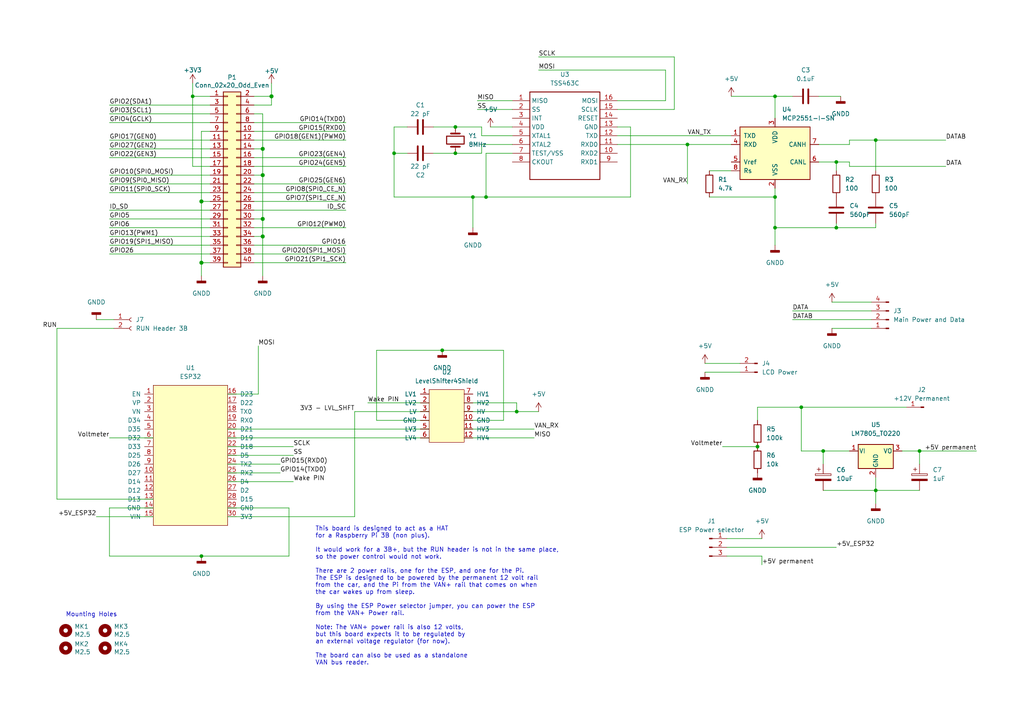
<source format=kicad_sch>
(kicad_sch (version 20211123) (generator eeschema)
  (paper "A4")
  (title_block (title "Peugeot Projekt PCB for 3B") (date "2022-06-14") (rev "0.2") (company "Mislav Milinković"))
  (lib_symbols
    (symbol "Connector:Conn_01x01_Male" (pin_names (offset 1.016) hide)
      (property "Reference" "J" (at 0 2.54 0))
      (property "Value" "Conn_01x01_Male" (at 0 -2.54 0))
      (symbol "Conn_01x01_Male_1_1"
        (polyline (pts (xy 1.27 0) (xy 0.8636 0)) (stroke (width 0.1524)))
        (rectangle (start 0.8636 0.127) (end 0 -0.127) (stroke (width 0.1524)) (fill (type outline)))
        (pin passive line (at 5.08 0 180) (length 3.81) (name "Pin_1") (number "1"))
      )
    )
    (symbol "Connector:Conn_01x02_Female" (pin_names (offset 1.016) hide)
      (property "Reference" "J" (at 0 2.54 0))
      (property "Value" "Conn_01x02_Female" (at 0 -5.08 0))
      (symbol "Conn_01x02_Female_1_1"
        (arc (start 0 -2.032) (mid -0.508 -2.54) (end 0 -3.048) (stroke (width 0.1524)))
        (polyline (pts (xy -1.27 -2.54) (xy -0.508 -2.54)) (stroke (width 0.1524)))
        (polyline (pts (xy -1.27 0) (xy -0.508 0)) (stroke (width 0.1524)))
        (arc (start 0 0.508) (mid -0.508 0) (end 0 -0.508) (stroke (width 0.1524)))
        (pin passive line (at -5.08 0 0) (length 3.81) (name "Pin_1") (number "1"))
        (pin passive line (at -5.08 -2.54 0) (length 3.81) (name "Pin_2") (number "2"))
      )
    )
    (symbol "Connector:Conn_01x02_Male" (pin_names (offset 1.016) hide)
      (property "Reference" "J" (at 0 2.54 0))
      (property "Value" "Conn_01x02_Male" (at 0 -5.08 0))
      (symbol "Conn_01x02_Male_1_1"
        (polyline (pts (xy 1.27 -2.54) (xy 0.8636 -2.54)) (stroke (width 0.1524)))
        (polyline (pts (xy 1.27 0) (xy 0.8636 0)) (stroke (width 0.1524)))
        (rectangle (start 0.8636 -2.413) (end 0 -2.667) (stroke (width 0.1524)) (fill (type outline)))
        (rectangle (start 0.8636 0.127) (end 0 -0.127) (stroke (width 0.1524)) (fill (type outline)))
        (pin passive line (at 5.08 0 180) (length 3.81) (name "Pin_1") (number "1"))
        (pin passive line (at 5.08 -2.54 180) (length 3.81) (name "Pin_2") (number "2"))
      )
    )
    (symbol "Connector:Conn_01x03_Male" (pin_names (offset 1.016) hide)
      (property "Reference" "J" (at 0 5.08 0))
      (property "Value" "Conn_01x03_Male" (at 0 -5.08 0))
      (symbol "Conn_01x03_Male_1_1"
        (polyline (pts (xy 1.27 -2.54) (xy 0.8636 -2.54)) (stroke (width 0.1524)))
        (polyline (pts (xy 1.27 0) (xy 0.8636 0)) (stroke (width 0.1524)))
        (polyline (pts (xy 1.27 2.54) (xy 0.8636 2.54)) (stroke (width 0.1524)))
        (rectangle (start 0.8636 -2.413) (end 0 -2.667) (stroke (width 0.1524)) (fill (type outline)))
        (rectangle (start 0.8636 0.127) (end 0 -0.127) (stroke (width 0.1524)) (fill (type outline)))
        (rectangle (start 0.8636 2.667) (end 0 2.413) (stroke (width 0.1524)) (fill (type outline)))
        (pin passive line (at 5.08 2.54 180) (length 3.81) (name "Pin_1") (number "1"))
        (pin passive line (at 5.08 0 180) (length 3.81) (name "Pin_2") (number "2"))
        (pin passive line (at 5.08 -2.54 180) (length 3.81) (name "Pin_3") (number "3"))
      )
    )
    (symbol "Connector:Conn_01x04_Male" (pin_names (offset 1.016) hide)
      (property "Reference" "J" (at 0 5.08 0))
      (property "Value" "Conn_01x04_Male" (at 0 -7.62 0))
      (symbol "Conn_01x04_Male_1_1"
        (polyline (pts (xy 1.27 -5.08) (xy 0.8636 -5.08)) (stroke (width 0.1524)))
        (polyline (pts (xy 1.27 -2.54) (xy 0.8636 -2.54)) (stroke (width 0.1524)))
        (polyline (pts (xy 1.27 0) (xy 0.8636 0)) (stroke (width 0.1524)))
        (polyline (pts (xy 1.27 2.54) (xy 0.8636 2.54)) (stroke (width 0.1524)))
        (rectangle (start 0.8636 -4.953) (end 0 -5.207) (stroke (width 0.1524)) (fill (type outline)))
        (rectangle (start 0.8636 -2.413) (end 0 -2.667) (stroke (width 0.1524)) (fill (type outline)))
        (rectangle (start 0.8636 0.127) (end 0 -0.127) (stroke (width 0.1524)) (fill (type outline)))
        (rectangle (start 0.8636 2.667) (end 0 2.413) (stroke (width 0.1524)) (fill (type outline)))
        (pin passive line (at 5.08 2.54 180) (length 3.81) (name "Pin_1") (number "1"))
        (pin passive line (at 5.08 0 180) (length 3.81) (name "Pin_2") (number "2"))
        (pin passive line (at 5.08 -2.54 180) (length 3.81) (name "Pin_3") (number "3"))
        (pin passive line (at 5.08 -5.08 180) (length 3.81) (name "Pin_4") (number "4"))
      )
    )
    (symbol "Connector_Generic:Conn_02x20_Odd_Even" (pin_names (offset 1.016) hide)
      (property "Reference" "J" (at 1.27 25.4 0))
      (property "Value" "Conn_02x20_Odd_Even" (at 1.27 -27.94 0))
      (symbol "Conn_02x20_Odd_Even_1_1"
        (rectangle (start -1.27 -25.273) (end 0 -25.527) (stroke (width 0.1524)))
        (rectangle (start -1.27 -22.733) (end 0 -22.987) (stroke (width 0.1524)))
        (rectangle (start -1.27 -20.193) (end 0 -20.447) (stroke (width 0.1524)))
        (rectangle (start -1.27 -17.653) (end 0 -17.907) (stroke (width 0.1524)))
        (rectangle (start -1.27 -15.113) (end 0 -15.367) (stroke (width 0.1524)))
        (rectangle (start -1.27 -12.573) (end 0 -12.827) (stroke (width 0.1524)))
        (rectangle (start -1.27 -10.033) (end 0 -10.287) (stroke (width 0.1524)))
        (rectangle (start -1.27 -7.493) (end 0 -7.747) (stroke (width 0.1524)))
        (rectangle (start -1.27 -4.953) (end 0 -5.207) (stroke (width 0.1524)))
        (rectangle (start -1.27 -2.413) (end 0 -2.667) (stroke (width 0.1524)))
        (rectangle (start -1.27 0.127) (end 0 -0.127) (stroke (width 0.1524)))
        (rectangle (start -1.27 2.667) (end 0 2.413) (stroke (width 0.1524)))
        (rectangle (start -1.27 5.207) (end 0 4.953) (stroke (width 0.1524)))
        (rectangle (start -1.27 7.747) (end 0 7.493) (stroke (width 0.1524)))
        (rectangle (start -1.27 10.287) (end 0 10.033) (stroke (width 0.1524)))
        (rectangle (start -1.27 12.827) (end 0 12.573) (stroke (width 0.1524)))
        (rectangle (start -1.27 15.367) (end 0 15.113) (stroke (width 0.1524)))
        (rectangle (start -1.27 17.907) (end 0 17.653) (stroke (width 0.1524)))
        (rectangle (start -1.27 20.447) (end 0 20.193) (stroke (width 0.1524)))
        (rectangle (start -1.27 22.987) (end 0 22.733) (stroke (width 0.1524)))
        (rectangle (start -1.27 24.13) (end 3.81 -26.67) (stroke (width 0.254)) (fill (type background)))
        (rectangle (start 3.81 -25.273) (end 2.54 -25.527) (stroke (width 0.1524)))
        (rectangle (start 3.81 -22.733) (end 2.54 -22.987) (stroke (width 0.1524)))
        (rectangle (start 3.81 -20.193) (end 2.54 -20.447) (stroke (width 0.1524)))
        (rectangle (start 3.81 -17.653) (end 2.54 -17.907) (stroke (width 0.1524)))
        (rectangle (start 3.81 -15.113) (end 2.54 -15.367) (stroke (width 0.1524)))
        (rectangle (start 3.81 -12.573) (end 2.54 -12.827) (stroke (width 0.1524)))
        (rectangle (start 3.81 -10.033) (end 2.54 -10.287) (stroke (width 0.1524)))
        (rectangle (start 3.81 -7.493) (end 2.54 -7.747) (stroke (width 0.1524)))
        (rectangle (start 3.81 -4.953) (end 2.54 -5.207) (stroke (width 0.1524)))
        (rectangle (start 3.81 -2.413) (end 2.54 -2.667) (stroke (width 0.1524)))
        (rectangle (start 3.81 0.127) (end 2.54 -0.127) (stroke (width 0.1524)))
        (rectangle (start 3.81 2.667) (end 2.54 2.413) (stroke (width 0.1524)))
        (rectangle (start 3.81 5.207) (end 2.54 4.953) (stroke (width 0.1524)))
        (rectangle (start 3.81 7.747) (end 2.54 7.493) (stroke (width 0.1524)))
        (rectangle (start 3.81 10.287) (end 2.54 10.033) (stroke (width 0.1524)))
        (rectangle (start 3.81 12.827) (end 2.54 12.573) (stroke (width 0.1524)))
        (rectangle (start 3.81 15.367) (end 2.54 15.113) (stroke (width 0.1524)))
        (rectangle (start 3.81 17.907) (end 2.54 17.653) (stroke (width 0.1524)))
        (rectangle (start 3.81 20.447) (end 2.54 20.193) (stroke (width 0.1524)))
        (rectangle (start 3.81 22.987) (end 2.54 22.733) (stroke (width 0.1524)))
        (pin passive line (at -5.08 22.86 0) (length 3.81) (name "Pin_1") (number "1"))
        (pin passive line (at 7.62 12.7 180) (length 3.81) (name "Pin_10") (number "10"))
        (pin passive line (at -5.08 10.16 0) (length 3.81) (name "Pin_11") (number "11"))
        (pin passive line (at 7.62 10.16 180) (length 3.81) (name "Pin_12") (number "12"))
        (pin passive line (at -5.08 7.62 0) (length 3.81) (name "Pin_13") (number "13"))
        (pin passive line (at 7.62 7.62 180) (length 3.81) (name "Pin_14") (number "14"))
        (pin passive line (at -5.08 5.08 0) (length 3.81) (name "Pin_15") (number "15"))
        (pin passive line (at 7.62 5.08 180) (length 3.81) (name "Pin_16") (number "16"))
        (pin passive line (at -5.08 2.54 0) (length 3.81) (name "Pin_17") (number "17"))
        (pin passive line (at 7.62 2.54 180) (length 3.81) (name "Pin_18") (number "18"))
        (pin passive line (at -5.08 0 0) (length 3.81) (name "Pin_19") (number "19"))
        (pin passive line (at 7.62 22.86 180) (length 3.81) (name "Pin_2") (number "2"))
        (pin passive line (at 7.62 0 180) (length 3.81) (name "Pin_20") (number "20"))
        (pin passive line (at -5.08 -2.54 0) (length 3.81) (name "Pin_21") (number "21"))
        (pin passive line (at 7.62 -2.54 180) (length 3.81) (name "Pin_22") (number "22"))
        (pin passive line (at -5.08 -5.08 0) (length 3.81) (name "Pin_23") (number "23"))
        (pin passive line (at 7.62 -5.08 180) (length 3.81) (name "Pin_24") (number "24"))
        (pin passive line (at -5.08 -7.62 0) (length 3.81) (name "Pin_25") (number "25"))
        (pin passive line (at 7.62 -7.62 180) (length 3.81) (name "Pin_26") (number "26"))
        (pin passive line (at -5.08 -10.16 0) (length 3.81) (name "Pin_27") (number "27"))
        (pin passive line (at 7.62 -10.16 180) (length 3.81) (name "Pin_28") (number "28"))
        (pin passive line (at -5.08 -12.7 0) (length 3.81) (name "Pin_29") (number "29"))
        (pin passive line (at -5.08 20.32 0) (length 3.81) (name "Pin_3") (number "3"))
        (pin passive line (at 7.62 -12.7 180) (length 3.81) (name "Pin_30") (number "30"))
        (pin passive line (at -5.08 -15.24 0) (length 3.81) (name "Pin_31") (number "31"))
        (pin passive line (at 7.62 -15.24 180) (length 3.81) (name "Pin_32") (number "32"))
        (pin passive line (at -5.08 -17.78 0) (length 3.81) (name "Pin_33") (number "33"))
        (pin passive line (at 7.62 -17.78 180) (length 3.81) (name "Pin_34") (number "34"))
        (pin passive line (at -5.08 -20.32 0) (length 3.81) (name "Pin_35") (number "35"))
        (pin passive line (at 7.62 -20.32 180) (length 3.81) (name "Pin_36") (number "36"))
        (pin passive line (at -5.08 -22.86 0) (length 3.81) (name "Pin_37") (number "37"))
        (pin passive line (at 7.62 -22.86 180) (length 3.81) (name "Pin_38") (number "38"))
        (pin passive line (at -5.08 -25.4 0) (length 3.81) (name "Pin_39") (number "39"))
        (pin passive line (at 7.62 20.32 180) (length 3.81) (name "Pin_4") (number "4"))
        (pin passive line (at 7.62 -25.4 180) (length 3.81) (name "Pin_40") (number "40"))
        (pin passive line (at -5.08 17.78 0) (length 3.81) (name "Pin_5") (number "5"))
        (pin passive line (at 7.62 17.78 180) (length 3.81) (name "Pin_6") (number "6"))
        (pin passive line (at -5.08 15.24 0) (length 3.81) (name "Pin_7") (number "7"))
        (pin passive line (at 7.62 15.24 180) (length 3.81) (name "Pin_8") (number "8"))
        (pin passive line (at -5.08 12.7 0) (length 3.81) (name "Pin_9") (number "9"))
      )
    )
    (symbol "Device:C" (pin_numbers hide) (pin_names (offset 0.254))
      (property "Reference" "C" (at 0.635 2.54 0))
      (property "Value" "C" (at 0.635 -2.54 0))
      (symbol "C_0_1"
        (polyline (pts (xy -2.032 -0.762) (xy 2.032 -0.762)) (stroke (width 0.508)))
        (polyline (pts (xy -2.032 0.762) (xy 2.032 0.762)) (stroke (width 0.508)))
      )
      (symbol "C_1_1"
        (pin passive line (at 0 3.81 270) (length 2.794) (name "~") (number "1"))
        (pin passive line (at 0 -3.81 90) (length 2.794) (name "~") (number "2"))
      )
    )
    (symbol "Device:C_Polarized" (pin_numbers hide) (pin_names (offset 0.254))
      (property "Reference" "C" (at 0.635 2.54 0))
      (property "Value" "C_Polarized" (at 0.635 -2.54 0))
      (symbol "C_Polarized_0_1"
        (rectangle (start -2.286 0.508) (end 2.286 1.016))
        (polyline (pts (xy -1.778 2.286) (xy -0.762 2.286)))
        (polyline (pts (xy -1.27 2.794) (xy -1.27 1.778)))
        (rectangle (start 2.286 -0.508) (end -2.286 -1.016) (fill (type outline)))
      )
      (symbol "C_Polarized_1_1"
        (pin passive line (at 0 3.81 270) (length 2.794) (name "~") (number "1"))
        (pin passive line (at 0 -3.81 90) (length 2.794) (name "~") (number "2"))
      )
    )
    (symbol "Device:Crystal" (pin_numbers hide) (pin_names (offset 1.016) hide)
      (property "Reference" "Y" (at 0 3.81 0))
      (property "Value" "Crystal" (at 0 -3.81 0))
      (symbol "Crystal_0_1"
        (rectangle (start -1.143 2.54) (end 1.143 -2.54) (stroke (width 0.3048)))
        (polyline (pts (xy -2.54 0) (xy -1.905 0)))
        (polyline (pts (xy -1.905 -1.27) (xy -1.905 1.27)) (stroke (width 0.508)))
        (polyline (pts (xy 1.905 -1.27) (xy 1.905 1.27)) (stroke (width 0.508)))
        (polyline (pts (xy 2.54 0) (xy 1.905 0)))
      )
      (symbol "Crystal_1_1"
        (pin passive line (at -3.81 0 0) (length 1.27) (name "1") (number "1"))
        (pin passive line (at 3.81 0 180) (length 1.27) (name "2") (number "2"))
      )
    )
    (symbol "Device:R" (pin_numbers hide) (pin_names (offset 0))
      (property "Reference" "R" (at 2.032 0 90))
      (property "Value" "R" (at 0 0 90))
      (symbol "R_0_1"
        (rectangle (start -1.016 -2.54) (end 1.016 2.54) (stroke (width 0.254)))
      )
      (symbol "R_1_1"
        (pin passive line (at 0 3.81 270) (length 1.27) (name "~") (number "1"))
        (pin passive line (at 0 -3.81 90) (length 1.27) (name "~") (number "2"))
      )
    )
    (symbol "ESP32_shield:ESP32" (pin_names (offset 1.016))
      (property "Reference" "U" (at 0 -2.54 0))
      (property "Value" "ESP32" (at 0 0 0))
      (symbol "ESP32_0_1"
        (rectangle (start -10.16 20.32) (end 11.43 -20.32) (fill (type background)))
      )
      (symbol "ESP32_1_1"
        (pin input line (at -10.16 17.78 180) (length 2.54) (name "EN") (number "1"))
        (pin bidirectional line (at -10.16 -5.08 180) (length 2.54) (name "D27") (number "10"))
        (pin bidirectional line (at -10.16 -7.62 180) (length 2.54) (name "D14") (number "11"))
        (pin bidirectional line (at -10.16 -10.16 180) (length 2.54) (name "D12") (number "12"))
        (pin bidirectional line (at -10.16 -12.7 180) (length 2.54) (name "D13") (number "13"))
        (pin passive line (at -10.16 -15.24 180) (length 2.54) (name "GND") (number "14"))
        (pin input line (at -10.16 -17.78 180) (length 2.54) (name "VIN") (number "15"))
        (pin bidirectional line (at 11.43 17.78 0) (length 2.54) (name "D23") (number "16"))
        (pin bidirectional line (at 11.43 15.24 0) (length 2.54) (name "D22") (number "17"))
        (pin bidirectional line (at 11.43 12.7 0) (length 2.54) (name "TX0") (number "18"))
        (pin bidirectional line (at 11.43 10.16 0) (length 2.54) (name "RX0") (number "19"))
        (pin input line (at -10.16 15.24 180) (length 2.54) (name "VP") (number "2"))
        (pin bidirectional line (at 11.43 7.62 0) (length 2.54) (name "D21") (number "20"))
        (pin bidirectional line (at 11.43 5.08 0) (length 2.54) (name "D19") (number "21"))
        (pin bidirectional line (at 11.43 2.54 0) (length 2.54) (name "D18") (number "22"))
        (pin bidirectional line (at 11.43 0 0) (length 2.54) (name "D5") (number "23"))
        (pin bidirectional line (at 11.43 -2.54 0) (length 2.54) (name "TX2") (number "24"))
        (pin bidirectional line (at 11.43 -5.08 0) (length 2.54) (name "RX2") (number "25"))
        (pin bidirectional line (at 11.43 -7.62 0) (length 2.54) (name "D4") (number "26"))
        (pin bidirectional line (at 11.43 -10.16 0) (length 2.54) (name "D2") (number "27"))
        (pin bidirectional line (at 11.43 -12.7 0) (length 2.54) (name "D15") (number "28"))
        (pin bidirectional line (at 11.43 -15.24 0) (length 2.54) (name "GND") (number "29"))
        (pin input line (at -10.16 12.7 180) (length 2.54) (name "VN") (number "3"))
        (pin bidirectional line (at 11.43 -17.78 0) (length 2.54) (name "3V3") (number "30"))
        (pin input line (at -10.16 10.16 180) (length 2.54) (name "D34") (number "4"))
        (pin bidirectional line (at -10.16 7.62 180) (length 2.54) (name "D35") (number "5"))
        (pin bidirectional line (at -10.16 5.08 180) (length 2.54) (name "D32") (number "6"))
        (pin bidirectional line (at -10.16 2.54 180) (length 2.54) (name "D33") (number "7"))
        (pin bidirectional line (at -10.16 0 180) (length 2.54) (name "D25") (number "8"))
        (pin bidirectional line (at -10.16 -2.54 180) (length 2.54) (name "D26") (number "9"))
      )
    )
    (symbol "Interface_CAN_LIN:MCP2551-I-SN" (pin_names (offset 1.016))
      (property "Reference" "U" (at -10.16 8.89 0))
      (property "Value" "MCP2551-I-SN" (at 2.54 8.89 0))
      (symbol "MCP2551-I-SN_0_1"
        (rectangle (start -10.16 7.62) (end 10.16 -7.62) (stroke (width 0.254)) (fill (type background)))
      )
      (symbol "MCP2551-I-SN_1_1"
        (pin input line (at -12.7 5.08 0) (length 2.54) (name "TXD") (number "1"))
        (pin power_in line (at 0 -10.16 90) (length 2.54) (name "VSS") (number "2"))
        (pin power_in line (at 0 10.16 270) (length 2.54) (name "VDD") (number "3"))
        (pin output line (at -12.7 2.54 0) (length 2.54) (name "RXD") (number "4"))
        (pin power_out line (at -12.7 -2.54 0) (length 2.54) (name "Vref") (number "5"))
        (pin bidirectional line (at 12.7 -2.54 180) (length 2.54) (name "CANL") (number "6"))
        (pin bidirectional line (at 12.7 2.54 180) (length 2.54) (name "CANH") (number "7"))
        (pin input line (at -12.7 -5.08 0) (length 2.54) (name "Rs") (number "8"))
      )
    )
    (symbol "Level_shifter_shield:LevelShifter4Shield" (pin_names (offset 1.016))
      (property "Reference" "U" (at 0 0 0))
      (property "Value" "LevelShifter4Shield" (at 0 0 0))
      (symbol "LevelShifter4Shield_0_1"
        (rectangle (start -5.08 5.08) (end 5.08 -10.16) (fill (type background)))
      )
      (symbol "LevelShifter4Shield_1_1"
        (pin bidirectional line (at -5.08 3.81 180) (length 2.54) (name "LV1") (number "1"))
        (pin bidirectional line (at 5.08 -3.81 0) (length 2.54) (name "GND") (number "10"))
        (pin bidirectional line (at 5.08 -6.35 0) (length 2.54) (name "HV3") (number "11"))
        (pin bidirectional line (at 5.08 -8.89 0) (length 2.54) (name "HV4") (number "12"))
        (pin bidirectional line (at -5.08 1.27 180) (length 2.54) (name "LV2") (number "2"))
        (pin bidirectional line (at -5.08 -1.27 180) (length 2.54) (name "LV") (number "3"))
        (pin bidirectional line (at -5.08 -3.81 180) (length 2.54) (name "GND") (number "4"))
        (pin bidirectional line (at -5.08 -6.35 180) (length 2.54) (name "LV3") (number "5"))
        (pin bidirectional line (at -5.08 -8.89 180) (length 2.54) (name "LV4") (number "6"))
        (pin bidirectional line (at 5.08 3.81 0) (length 2.54) (name "HV1") (number "7"))
        (pin bidirectional line (at 5.08 1.27 0) (length 2.54) (name "HV2") (number "8"))
        (pin bidirectional line (at 5.08 -1.27 0) (length 2.54) (name "HV") (number "9"))
      )
    )
    (symbol "Mechanical:MountingHole" (pin_names (offset 1.016))
      (property "Reference" "H" (at 0 5.08 0))
      (property "Value" "MountingHole" (at 0 3.175 0))
      (symbol "MountingHole_0_1"
        (circle (center 0 0) (radius 1.27) (stroke (width 1.27)))
      )
    )
    (symbol "Regulator_Linear:LM7805_TO220" (pin_names (offset 0.254))
      (property "Reference" "U" (at -3.81 3.175 0))
      (property "Value" "LM7805_TO220" (at 0 3.175 0))
      (symbol "LM7805_TO220_0_1"
        (rectangle (start -5.08 1.905) (end 5.08 -5.08) (stroke (width 0.254)) (fill (type background)))
      )
      (symbol "LM7805_TO220_1_1"
        (pin power_in line (at -7.62 0 0) (length 2.54) (name "VI") (number "1"))
        (pin power_in line (at 0 -7.62 90) (length 2.54) (name "GND") (number "2"))
        (pin power_out line (at 7.62 0 180) (length 2.54) (name "VO") (number "3"))
      )
    )
    (symbol "TSS463C:TSS463C"
      (property "Reference" "U" (at -10.16 -13.97 0))
      (property "Value" "TSS463C" (at 10.16 13.97 0))
      (symbol "TSS463C_0_0"
        (rectangle (start -10.16 12.7) (end 10.16 -12.7) (stroke (width 0.254)))
      )
      (symbol "TSS463C_1_1"
        (pin input line (at -15.24 10.16 0) (length 5.08) (name "MISO") (number "1"))
        (pin input line (at 15.24 -5.08 180) (length 5.08) (name "RXD2") (number "10"))
        (pin input line (at 15.24 -2.54 180) (length 5.08) (name "RXD0") (number "11"))
        (pin input line (at 15.24 0 180) (length 5.08) (name "TXD") (number "12"))
        (pin input line (at 15.24 2.54 180) (length 5.08) (name "GND") (number "13"))
        (pin input line (at 15.24 5.08 180) (length 5.08) (name "RESET") (number "14"))
        (pin input line (at 15.24 7.62 180) (length 5.08) (name "SCLK") (number "15"))
        (pin input line (at 15.24 10.16 180) (length 5.08) (name "MOSI") (number "16"))
        (pin input line (at -15.24 7.62 0) (length 5.08) (name "SS") (number "2"))
        (pin input line (at -15.24 5.08 0) (length 5.08) (name "INT") (number "3"))
        (pin input line (at -15.24 2.54 0) (length 5.08) (name "VDD") (number "4"))
        (pin input line (at -15.24 0 0) (length 5.08) (name "XTAL1") (number "5"))
        (pin input line (at -15.24 -2.54 0) (length 5.08) (name "XTAL2") (number "6"))
        (pin input line (at -15.24 -5.08 0) (length 5.08) (name "TEST/VSS") (number "7"))
        (pin input line (at -15.24 -7.62 0) (length 5.08) (name "CKOUT") (number "8"))
        (pin input line (at 15.24 -7.62 180) (length 5.08) (name "RXD1") (number "9"))
      )
    )
    (symbol "power:+3V3" (power) (pin_names (offset 0))
      (property "Value" "+3V3" (at 0 3.556 0))
      (symbol "+3V3_0_1"
        (polyline (pts (xy -0.762 1.27) (xy 0 2.54)))
        (polyline (pts (xy 0 0) (xy 0 2.54)))
        (polyline (pts (xy 0 2.54) (xy 0.762 1.27)))
      )
      (symbol "+3V3_1_1"
        (pin power_in line (at 0 0 90) (length 0) hide (name "+3V3") (number "1"))
      )
    )
    (symbol "power:+5V" (power) (pin_names (offset 0))
      (property "Value" "+5V" (at 0 3.556 0))
      (symbol "+5V_0_1"
        (polyline (pts (xy -0.762 1.27) (xy 0 2.54)))
        (polyline (pts (xy 0 0) (xy 0 2.54)))
        (polyline (pts (xy 0 2.54) (xy 0.762 1.27)))
      )
      (symbol "+5V_1_1"
        (pin power_in line (at 0 0 90) (length 0) hide (name "+5V") (number "1"))
      )
    )
    (symbol "power:GNDD" (power) (pin_names (offset 0))
      (property "Value" "GNDD" (at 0 -3.175 0))
      (symbol "GNDD_0_1"
        (rectangle (start -1.27 -1.524) (end 1.27 -2.032) (stroke (width 0.254)) (fill (type outline)))
        (polyline (pts (xy 0 0) (xy 0 -1.524)))
      )
      (symbol "GNDD_1_1"
        (pin power_in line (at 0 0 270) (length 0) hide (name "GNDD") (number "1"))
      )
    )
  )
  (junction (at 238.76 130.81))
  (junction (at 76.2 43.18) (diameter 1.016))
  (junction (at 224.79 27.94))
  (junction (at 114.3 44.45))
  (junction (at 58.42 58.42) (diameter 1.016))
  (junction (at 149.86 119.38))
  (junction (at 132.08 44.45))
  (junction (at 224.79 57.15))
  (junction (at 58.42 161.29))
  (junction (at 140.97 57.15))
  (junction (at 254 40.64))
  (junction (at 199.39 41.91))
  (junction (at 76.2 68.58) (diameter 1.016))
  (junction (at 137.16 57.15))
  (junction (at 219.71 129.54))
  (junction (at 232.41 118.11))
  (junction (at 132.08 36.83))
  (junction (at 78.74 27.94) (diameter 1.016))
  (junction (at 58.42 76.2) (diameter 1.016))
  (junction (at 128.27 101.6))
  (junction (at 76.2 50.8) (diameter 1.016))
  (junction (at 76.2 63.5) (diameter 1.016))
  (junction (at 254 142.24))
  (junction (at 55.88 27.94))
  (junction (at 266.7 130.81))
  (junction (at 224.79 66.04))
  (junction (at 242.57 46.99))
  (junction (at 242.57 66.04))
  (wire (pts (xy 124.46 121.92) (xy 109.22 121.92)))
  (wire (pts (xy 266.7 130.81) (xy 266.7 134.62)))
  (wire (pts (xy 246.38 48.26) (xy 274.32 48.26)))
  (wire (pts (xy 242.57 46.99) (xy 246.38 46.99)))
  (wire (pts (xy 44.45 147.32) (xy 31.75 147.32)))
  (wire (pts (xy 66.04 137.16) (xy 81.28 137.16)))
  (wire (pts (xy 73.66 71.12) (xy 100.33 71.12)))
  (wire (pts (xy 224.79 57.15) (xy 224.79 66.04)))
  (wire (pts (xy 78.74 27.94) (xy 78.74 30.48)))
  (wire (pts (xy 27.94 92.71) (xy 33.02 92.71)))
  (wire (pts (xy 66.04 149.86) (xy 102.87 149.86)))
  (wire (pts (xy 182.88 36.83) (xy 182.88 57.15)))
  (wire (pts (xy 137.16 66.04) (xy 137.16 57.15)))
  (wire (pts (xy 156.21 16.51) (xy 195.58 16.51)))
  (wire (pts (xy 114.3 57.15) (xy 137.16 57.15)))
  (wire (pts (xy 76.2 43.18) (xy 76.2 50.8)))
  (wire (pts (xy 140.97 57.15) (xy 137.16 57.15)))
  (wire (pts (xy 73.66 35.56) (xy 100.33 35.56)))
  (wire (pts (xy 66.04 114.3) (xy 74.93 114.3)))
  (wire (pts (xy 241.3 95.25) (xy 252.73 95.25)))
  (wire (pts (xy 195.58 16.51) (xy 195.58 31.75)))
  (wire (pts (xy 232.41 118.11) (xy 232.41 130.81)))
  (wire (pts (xy 134.62 127) (xy 154.94 127)))
  (wire (pts (xy 76.2 33.02) (xy 73.66 33.02)))
  (wire (pts (xy 73.66 66.04) (xy 100.33 66.04)))
  (wire (pts (xy 31.75 53.34) (xy 60.96 53.34)))
  (wire (pts (xy 16.51 95.25) (xy 33.02 95.25)))
  (wire (pts (xy 224.79 66.04) (xy 242.57 66.04)))
  (wire (pts (xy 204.47 105.41) (xy 214.63 105.41)))
  (wire (pts (xy 237.49 41.91) (xy 246.38 41.91)))
  (wire (pts (xy 31.75 147.32) (xy 31.75 161.29)))
  (wire (pts (xy 114.3 36.83) (xy 114.3 44.45)))
  (wire (pts (xy 66.04 124.46) (xy 124.46 124.46)))
  (wire (pts (xy 139.7 36.83) (xy 139.7 39.37)))
  (wire (pts (xy 60.96 60.96) (xy 31.75 60.96)))
  (wire (pts (xy 27.94 149.86) (xy 44.45 149.86)))
  (wire (pts (xy 76.2 43.18) (xy 73.66 43.18)))
  (wire (pts (xy 106.68 116.84) (xy 124.46 116.84)))
  (wire (pts (xy 66.04 129.54) (xy 85.09 129.54)))
  (wire (pts (xy 149.86 119.38) (xy 156.21 119.38)))
  (wire (pts (xy 31.75 63.5) (xy 60.96 63.5)))
  (wire (pts (xy 148.59 44.45) (xy 140.97 44.45)))
  (wire (pts (xy 132.08 44.45) (xy 139.7 44.45)))
  (wire (pts (xy 182.88 57.15) (xy 140.97 57.15)))
  (wire (pts (xy 138.43 31.75) (xy 148.59 31.75)))
  (wire (pts (xy 58.42 38.1) (xy 60.96 38.1)))
  (wire (pts (xy 229.87 92.71) (xy 252.73 92.71)))
  (wire (pts (xy 220.98 161.29) (xy 220.98 163.83)))
  (wire (pts (xy 76.2 50.8) (xy 73.66 50.8)))
  (wire (pts (xy 109.22 121.92) (xy 109.22 101.6)))
  (wire (pts (xy 205.74 57.15) (xy 224.79 57.15)))
  (wire (pts (xy 140.97 44.45) (xy 140.97 57.15)))
  (wire (pts (xy 60.96 30.48) (xy 31.75 30.48)))
  (wire (pts (xy 266.7 130.81) (xy 283.21 130.81)))
  (wire (pts (xy 73.66 76.2) (xy 100.33 76.2)))
  (wire (pts (xy 254 40.64) (xy 274.32 40.64)))
  (wire (pts (xy 55.88 48.26) (xy 60.96 48.26)))
  (wire (pts (xy 204.47 107.95) (xy 214.63 107.95)))
  (wire (pts (xy 149.86 116.84) (xy 149.86 119.38)))
  (wire (pts (xy 128.27 101.6) (xy 146.05 101.6)))
  (wire (pts (xy 139.7 39.37) (xy 148.59 39.37)))
  (wire (pts (xy 31.75 71.12) (xy 60.96 71.12)))
  (wire (pts (xy 138.43 29.21) (xy 148.59 29.21)))
  (wire (pts (xy 102.87 119.38) (xy 124.46 119.38)))
  (wire (pts (xy 246.38 40.64) (xy 254 40.64)))
  (wire (pts (xy 31.75 45.72) (xy 60.96 45.72)))
  (wire (pts (xy 31.75 161.29) (xy 58.42 161.29)))
  (wire (pts (xy 254 142.24) (xy 254 146.05)))
  (wire (pts (xy 73.66 58.42) (xy 100.33 58.42)))
  (wire (pts (xy 224.79 27.94) (xy 229.87 27.94)))
  (wire (pts (xy 31.75 73.66) (xy 60.96 73.66)))
  (wire (pts (xy 232.41 118.11) (xy 262.89 118.11)))
  (wire (pts (xy 55.88 24.13) (xy 55.88 27.94)))
  (wire (pts (xy 179.07 39.37) (xy 212.09 39.37)))
  (wire (pts (xy 224.79 54.61) (xy 224.79 57.15)))
  (wire (pts (xy 242.57 46.99) (xy 242.57 49.53)))
  (wire (pts (xy 73.66 48.26) (xy 100.33 48.26)))
  (wire (pts (xy 232.41 118.11) (xy 219.71 118.11)))
  (wire (pts (xy 156.21 20.32) (xy 193.04 20.32)))
  (wire (pts (xy 58.42 161.29) (xy 83.82 161.29)))
  (wire (pts (xy 241.3 87.63) (xy 252.73 87.63)))
  (wire (pts (xy 74.93 100.33) (xy 74.93 114.3)))
  (wire (pts (xy 60.96 50.8) (xy 31.75 50.8)))
  (wire (pts (xy 31.75 33.02) (xy 60.96 33.02)))
  (wire (pts (xy 76.2 63.5) (xy 76.2 68.58)))
  (wire (pts (xy 254 138.43) (xy 254 142.24)))
  (wire (pts (xy 58.42 58.42) (xy 58.42 76.2)))
  (wire (pts (xy 16.51 144.78) (xy 16.51 95.25)))
  (wire (pts (xy 78.74 27.94) (xy 73.66 27.94)))
  (wire (pts (xy 193.04 20.32) (xy 193.04 29.21)))
  (wire (pts (xy 237.49 27.94) (xy 243.84 27.94)))
  (wire (pts (xy 134.62 119.38) (xy 149.86 119.38)))
  (wire (pts (xy 179.07 41.91) (xy 199.39 41.91)))
  (wire (pts (xy 78.74 30.48) (xy 73.66 30.48)))
  (wire (pts (xy 55.88 27.94) (xy 60.96 27.94)))
  (wire (pts (xy 58.42 76.2) (xy 60.96 76.2)))
  (wire (pts (xy 179.07 31.75) (xy 195.58 31.75)))
  (wire (pts (xy 125.73 36.83) (xy 132.08 36.83)))
  (wire (pts (xy 58.42 38.1) (xy 58.42 58.42)))
  (wire (pts (xy 199.39 41.91) (xy 199.39 53.34)))
  (wire (pts (xy 73.66 53.34) (xy 100.33 53.34)))
  (wire (pts (xy 219.71 118.11) (xy 219.71 121.92)))
  (wire (pts (xy 254 40.64) (xy 254 49.53)))
  (wire (pts (xy 139.7 44.45) (xy 139.7 41.91)))
  (wire (pts (xy 66.04 132.08) (xy 85.09 132.08)))
  (wire (pts (xy 238.76 142.24) (xy 254 142.24)))
  (wire (pts (xy 179.07 29.21) (xy 193.04 29.21)))
  (wire (pts (xy 76.2 33.02) (xy 76.2 43.18)))
  (wire (pts (xy 132.08 36.83) (xy 139.7 36.83)))
  (wire (pts (xy 76.2 63.5) (xy 73.66 63.5)))
  (wire (pts (xy 205.74 49.53) (xy 212.09 49.53)))
  (wire (pts (xy 44.45 144.78) (xy 16.51 144.78)))
  (wire (pts (xy 83.82 147.32) (xy 83.82 161.29)))
  (wire (pts (xy 31.75 127) (xy 44.45 127)))
  (wire (pts (xy 76.2 68.58) (xy 76.2 80.01)))
  (wire (pts (xy 246.38 46.99) (xy 246.38 48.26)))
  (wire (pts (xy 31.75 55.88) (xy 60.96 55.88)))
  (wire (pts (xy 76.2 68.58) (xy 73.66 68.58)))
  (wire (pts (xy 31.75 66.04) (xy 60.96 66.04)))
  (wire (pts (xy 31.75 35.56) (xy 60.96 35.56)))
  (wire (pts (xy 210.82 156.21) (xy 220.98 156.21)))
  (wire (pts (xy 209.55 129.54) (xy 219.71 129.54)))
  (wire (pts (xy 114.3 44.45) (xy 114.3 57.15)))
  (wire (pts (xy 224.79 27.94) (xy 224.79 34.29)))
  (wire (pts (xy 134.62 121.92) (xy 146.05 121.92)))
  (wire (pts (xy 212.09 27.94) (xy 224.79 27.94)))
  (wire (pts (xy 31.75 43.18) (xy 60.96 43.18)))
  (wire (pts (xy 58.42 76.2) (xy 58.42 80.01)))
  (wire (pts (xy 76.2 50.8) (xy 76.2 63.5)))
  (wire (pts (xy 73.66 38.1) (xy 100.33 38.1)))
  (wire (pts (xy 210.82 161.29) (xy 220.98 161.29)))
  (wire (pts (xy 73.66 60.96) (xy 100.33 60.96)))
  (wire (pts (xy 232.41 130.81) (xy 238.76 130.81)))
  (wire (pts (xy 114.3 44.45) (xy 118.11 44.45)))
  (wire (pts (xy 73.66 40.64) (xy 100.33 40.64)))
  (wire (pts (xy 102.87 149.86) (xy 102.87 119.38)))
  (wire (pts (xy 142.24 36.83) (xy 148.59 36.83)))
  (wire (pts (xy 224.79 66.04) (xy 224.79 71.12)))
  (wire (pts (xy 109.22 101.6) (xy 128.27 101.6)))
  (wire (pts (xy 242.57 64.77) (xy 242.57 66.04)))
  (wire (pts (xy 254 142.24) (xy 266.7 142.24)))
  (wire (pts (xy 73.66 55.88) (xy 100.33 55.88)))
  (wire (pts (xy 242.57 66.04) (xy 254 66.04)))
  (wire (pts (xy 55.88 27.94) (xy 55.88 48.26)))
  (wire (pts (xy 66.04 134.62) (xy 81.28 134.62)))
  (wire (pts (xy 238.76 130.81) (xy 238.76 134.62)))
  (wire (pts (xy 261.62 130.81) (xy 266.7 130.81)))
  (wire (pts (xy 66.04 147.32) (xy 83.82 147.32)))
  (wire (pts (xy 210.82 158.75) (xy 242.57 158.75)))
  (wire (pts (xy 66.04 139.7) (xy 85.09 139.7)))
  (wire (pts (xy 134.62 124.46) (xy 154.94 124.46)))
  (wire (pts (xy 134.62 116.84) (xy 149.86 116.84)))
  (wire (pts (xy 229.87 90.17) (xy 252.73 90.17)))
  (wire (pts (xy 179.07 36.83) (xy 182.88 36.83)))
  (wire (pts (xy 73.66 45.72) (xy 100.33 45.72)))
  (wire (pts (xy 60.96 40.64) (xy 31.75 40.64)))
  (wire (pts (xy 254 64.77) (xy 254 66.04)))
  (wire (pts (xy 118.11 36.83) (xy 114.3 36.83)))
  (wire (pts (xy 238.76 130.81) (xy 246.38 130.81)))
  (wire (pts (xy 73.66 73.66) (xy 100.33 73.66)))
  (wire (pts (xy 246.38 41.91) (xy 246.38 40.64)))
  (wire (pts (xy 58.42 58.42) (xy 60.96 58.42)))
  (wire (pts (xy 78.74 24.13) (xy 78.74 27.94)))
  (wire (pts (xy 125.73 44.45) (xy 132.08 44.45)))
  (wire (pts (xy 139.7 41.91) (xy 148.59 41.91)))
  (wire (pts (xy 146.05 121.92) (xy 146.05 101.6)))
  (wire (pts (xy 66.04 127) (xy 124.46 127)))
  (wire (pts (xy 237.49 46.99) (xy 242.57 46.99)))
  (wire (pts (xy 199.39 41.91) (xy 212.09 41.91)))
  (wire (pts (xy 60.96 68.58) (xy 31.75 68.58)))
  (text "This board is designed to act as a HAT\nfor a Raspberry Pi 3B (non plus).\n\nIt would work for a 3B+, but the RUN header is not in the same place,\nso the power control would not work.\n\nThere are 2 power rails, one for the ESP, and one for the Pi.\nThe ESP is designed to be powered by the permanent 12 volt rail\nfrom the car, and the Pi from the VAN+ rail that comes on when\nthe car wakes up from sleep.\n\nBy using the ${f7473ed4-a3a0-4b2d-bc64-33b6e5e2e529:VALUE} jumper, you can power the ESP\nfrom the VAN+ Power rail.\n\nNote: The VAN+ power rail is also 12 volts, \nbut this board expects it to be regulated by\nan external voltage regulator (for now).\n\nThe board can also be used as a standalone\nVAN bus reader." (at 91.44 193.04 0) (effects (font (size 1.27 1.27)) (justify left bottom)))
  (text "Mounting Holes" (at 19.05 179.07 0) (effects (font (size 1.27 1.27)) (justify left bottom)))
  (label "Voltmeter" (at 31.75 127 180))
  (label "DATAB" (at 229.87 92.71 0))
  (label "+5V_ESP32" (at 27.94 149.86 180))
  (label "RUN" (at 16.51 95.25 180))
  (label "GPIO5" (at 31.75 63.5 0))
  (label "GPIO13(PWM1)" (at 31.75 68.58 0))
  (label "GPIO7(SPI1_CE_N)" (at 100.33 58.42 180))
  (label "VAN_TX" (at 199.39 39.37 0))
  (label "Voltmeter" (at 209.55 129.54 180))
  (label "GPIO25(GEN6)" (at 100.33 53.34 180))
  (label "VAN_RX" (at 199.39 53.34 180))
  (label "ID_SD" (at 31.75 60.96 0))
  (label "GPIO17(GEN0)" (at 31.75 40.64 0))
  (label "MISO" (at 154.94 127 0))
  (label "MISO" (at 138.43 29.21 0))
  (label "GPIO20(SPI1_MOSI)" (at 100.33 73.66 180))
  (label "GPIO15(RXD0)" (at 100.33 38.1 180))
  (label "ID_SC" (at 100.33 60.96 180))
  (label "VAN_RX" (at 154.94 124.46 0))
  (label "GPIO4(GCLK)" (at 31.75 35.56 0))
  (label "SS" (at 85.09 132.08 0))
  (label "GPIO14(TXD0)" (at 81.28 137.16 0))
  (label "MOSI" (at 156.21 20.32 0))
  (label "GPIO19(SPI1_MISO)" (at 31.75 71.12 0))
  (label "GPIO16" (at 100.33 71.12 180))
  (label "GPIO21(SPI1_SCK)" (at 100.33 76.2 180))
  (label "GPIO14(TXD0)" (at 100.33 35.56 180))
  (label "GPIO3(SCL1)" (at 31.75 33.02 0))
  (label "+5V_ESP32" (at 242.57 158.75 0))
  (label "GPIO8(SPI0_CE_N)" (at 100.33 55.88 180))
  (label "GPIO6" (at 31.75 66.04 0))
  (label "DATAB" (at 274.32 40.64 0))
  (label "GPIO27(GEN2)" (at 31.75 43.18 0))
  (label "GPIO26" (at 31.75 73.66 0))
  (label "GPIO24(GEN5)" (at 100.33 48.26 180))
  (label "Wake PIN" (at 106.68 116.84 0))
  (label "GPIO18(GEN1)(PWM0)" (at 100.33 40.64 180))
  (label "+5V permanent" (at 283.21 130.81 180))
  (label "SCLK" (at 156.21 16.51 0))
  (label "SS" (at 138.43 31.75 0))
  (label "GPIO23(GEN4)" (at 100.33 45.72 180))
  (label "GPIO9(SPI0_MISO)" (at 31.75 53.34 0))
  (label "GPIO10(SPI0_MOSI)" (at 31.75 50.8 0))
  (label "GPIO12(PWM0)" (at 100.33 66.04 180))
  (label "GPIO2(SDA1)" (at 31.75 30.48 0))
  (label "GPIO22(GEN3)" (at 31.75 45.72 0))
  (label "GPIO11(SPI0_SCK)" (at 31.75 55.88 0))
  (label "GPIO15(RXD0)" (at 81.28 134.62 0))
  (label "+5V permanent" (at 220.98 163.83 0))
  (label "Wake PIN" (at 85.09 139.7 0))
  (label "3V3 - LVL_SHFT" (at 102.87 119.38 180))
  (label "MOSI" (at 74.93 100.33 0))
  (label "SCLK" (at 85.09 129.54 0))
  (label "DATA" (at 229.87 90.17 0))
  (label "DATA" (at 274.32 48.26 0))
  (symbol (lib_id "power:+5V") (at 78.74 24.13 0) (unit 1)
    (property "Reference" "#PWR05" (effects hide))
    (property "Value" "+5V" (at 78.74 20.574 0))
  )
  (symbol (lib_id "Mechanical:MountingHole") (at 19.05 182.88 0) (unit 1)
    (property "Reference" "MK1" (at 21.59 181.7116 0) (effects (justify left)))
    (property "Value" "M2.5" (at 21.59 184.023 0) (effects (justify left)))
    (property "Footprint" "MountingHole:MountingHole_2.7mm_M2.5" (effects hide))
  )
  (symbol (lib_id "Mechanical:MountingHole") (at 30.48 182.88 0) (unit 1)
    (property "Reference" "MK3" (at 33.02 181.7116 0) (effects (justify left)))
    (property "Value" "M2.5" (at 33.02 184.023 0) (effects (justify left)))
    (property "Footprint" "MountingHole:MountingHole_2.7mm_M2.5" (effects hide))
  )
  (symbol (lib_id "Mechanical:MountingHole") (at 19.05 187.96 0) (unit 1)
    (property "Reference" "MK2" (at 21.59 186.7916 0) (effects (justify left)))
    (property "Value" "M2.5" (at 21.59 189.103 0) (effects (justify left)))
    (property "Footprint" "MountingHole:MountingHole_2.7mm_M2.5" (effects hide))
  )
  (symbol (lib_id "Mechanical:MountingHole") (at 30.48 187.96 0) (unit 1)
    (property "Reference" "MK4" (at 33.02 186.7916 0) (effects (justify left)))
    (property "Value" "M2.5" (at 33.02 189.103 0) (effects (justify left)))
    (property "Footprint" "MountingHole:MountingHole_2.7mm_M2.5" (effects hide))
  )
  (symbol (lib_id "Connector_Generic:Conn_02x20_Odd_Even") (at 66.04 50.8 0) (unit 1)
    (property "Reference" "P1" (at 67.31 22.4282 0))
    (property "Value" "Conn_02x20_Odd_Even" (at 67.31 24.7396 0))
    (property "Footprint" "Connector_PinSocket_2.54mm:PinSocket_2x20_P2.54mm_Vertical" (effects hide))
  )
  (symbol (lib_id "power:+5V") (at 212.09 27.94 0) (unit 1)
    (property "Reference" "#PWR011" (effects hide))
    (property "Value" "+5V" (at 212.09 22.86 0))
  )
  (symbol (lib_id "Device:C") (at 233.68 27.94 90) (unit 1)
    (property "Reference" "C3" (at 233.68 20.32 90))
    (property "Value" "0.1uF" (at 233.68 22.86 90))
    (property "Footprint" "Capacitor_SMD:C_0603_1608Metric_Pad1.08x0.95mm_HandSolder" (effects hide))
  )
  (symbol (lib_id "TSS463C:TSS463C") (at 163.83 39.37 0) (unit 1)
    (property "Reference" "U3" (at 163.83 21.59 0))
    (property "Value" "TSS463C" (at 163.83 24.13 0))
    (property "Footprint" "lib:TSS463C" (effects hide))
  )
  (symbol (lib_id "Interface_CAN_LIN:MCP2551-I-SN") (at 224.79 44.45 0) (unit 1)
    (property "Reference" "U4" (at 226.8094 31.75 0) (effects (justify left)))
    (property "Value" "MCP2551-I-SN" (at 226.8094 34.29 0) (effects (justify left)))
    (property "Footprint" "Package_SO:SOIC-8_3.9x4.9mm_P1.27mm" (effects hide))
    (property "Datasheet" "http://ww1.microchip.com/downloads/en/devicedoc/21667d.pdf" (effects hide))
  )
  (symbol (lib_id "Connector:Conn_01x01_Male") (at 267.97 118.11 180) (unit 1)
    (property "Reference" "J2" (at 267.335 113.03 0))
    (property "Value" "+12V Permanent" (at 267.335 115.57 0))
    (property "Footprint" "Connector_PinHeader_2.54mm:PinHeader_1x01_P2.54mm_Vertical" (effects hide))
  )
  (symbol (lib_id "Connector:Conn_01x02_Female") (at 38.1 92.71 0) (unit 1)
    (property "Reference" "J7" (at 39.37 92.7099 0) (effects (justify left)))
    (property "Value" "RUN Header 3B" (at 39.37 95.2499 0) (effects (justify left)))
    (property "Footprint" "Connector_PinSocket_2.54mm:PinSocket_1x02_P2.54mm_Vertical" (effects hide))
  )
  (symbol (lib_id "Device:C_Polarized") (at 238.76 138.43 0) (unit 1)
    (property "Reference" "C6" (at 242.57 136.2709 0) (effects (justify left)))
    (property "Value" "10uF" (at 242.57 138.8109 0) (effects (justify left)))
    (property "Footprint" "Capacitor_SMD:C_0603_1608Metric_Pad1.08x0.95mm_HandSolder" (effects hide))
  )
  (symbol (lib_id "ESP32_shield:ESP32") (at 54.61 132.08 0) (unit 1)
    (property "Reference" "U1" (at 55.245 106.68 0))
    (property "Value" "ESP32" (at 55.245 109.22 0))
    (property "Footprint" "lib:ESP32_shield" (effects hide))
  )
  (symbol (lib_id "Device:Crystal") (at 132.08 40.64 90) (unit 1)
    (property "Reference" "Y1" (at 135.89 39.3699 90) (effects (justify right)))
    (property "Value" "8MHz" (at 135.89 41.9099 90) (effects (justify right)))
    (property "Footprint" "Crystal:Crystal_HC18-U_Vertical" (effects hide))
  )
  (symbol (lib_id "Device:R") (at 219.71 125.73 0) (unit 1)
    (property "Reference" "R5" (at 222.25 124.4599 0) (effects (justify left)))
    (property "Value" "100k" (at 222.25 126.9999 0) (effects (justify left)))
    (property "Footprint" "Resistor_SMD:R_0603_1608Metric_Pad0.98x0.95mm_HandSolder" (effects hide))
  )
  (symbol (lib_id "Device:R") (at 205.74 53.34 0) (unit 1)
    (property "Reference" "R1" (at 208.28 52.0699 0) (effects (justify left)))
    (property "Value" "4.7k" (at 208.28 54.6099 0) (effects (justify left)))
    (property "Footprint" "Resistor_SMD:R_0603_1608Metric_Pad0.98x0.95mm_HandSolder" (effects hide))
  )
  (symbol (lib_id "power:+5V") (at 204.47 105.41 0) (unit 1)
    (property "Reference" "#PWR0102" (effects hide))
    (property "Value" "+5V" (at 204.47 100.33 0))
  )
  (symbol (lib_id "power:GNDD") (at 254 146.05 0) (unit 1)
    (property "Reference" "#PWR016" (effects hide))
    (property "Value" "GNDD" (at 254 151.13 0))
  )
  (symbol (lib_id "Device:R") (at 254 53.34 0) (unit 1)
    (property "Reference" "R3" (at 256.54 52.0699 0) (effects (justify left)))
    (property "Value" "100" (at 256.54 54.6099 0) (effects (justify left)))
    (property "Footprint" "Resistor_SMD:R_0603_1608Metric_Pad0.98x0.95mm_HandSolder" (effects hide))
  )
  (symbol (lib_id "Device:C") (at 242.57 60.96 180) (unit 1)
    (property "Reference" "C4" (at 246.38 59.6899 0) (effects (justify right)))
    (property "Value" "560pF" (at 246.38 62.2299 0) (effects (justify right)))
    (property "Footprint" "Capacitor_SMD:C_0603_1608Metric_Pad1.08x0.95mm_HandSolder" (effects hide))
  )
  (symbol (lib_id "power:GNDD") (at 219.71 137.16 0) (unit 1)
    (property "Reference" "#PWR0103" (effects hide))
    (property "Value" "GNDD" (at 219.71 142.24 0))
  )
  (symbol (lib_id "power:GNDD") (at 58.42 80.01 0) (unit 1)
    (property "Reference" "#PWR02" (effects hide))
    (property "Value" "GNDD" (at 58.42 85.09 0))
  )
  (symbol (lib_id "Device:C") (at 121.92 36.83 90) (unit 1)
    (property "Reference" "C1" (at 121.92 30.48 90))
    (property "Value" "22 pF" (at 121.92 33.02 90))
    (property "Footprint" "Capacitor_SMD:C_0603_1608Metric_Pad1.08x0.95mm_HandSolder" (effects hide))
  )
  (symbol (lib_id "power:GNDD") (at 241.3 95.25 0) (unit 1)
    (property "Reference" "#PWR015" (effects hide))
    (property "Value" "GNDD" (at 241.3 100.33 0))
  )
  (symbol (lib_id "Connector:Conn_01x02_Male") (at 219.71 107.95 180) (unit 1)
    (property "Reference" "J4" (at 220.98 105.4099 0) (effects (justify right)))
    (property "Value" "LCD Power" (at 220.98 107.9499 0) (effects (justify right)))
    (property "Footprint" "Connector_PinHeader_2.54mm:PinHeader_1x02_P2.54mm_Vertical" (effects hide))
  )
  (symbol (lib_id "power:GNDD") (at 243.84 27.94 0) (unit 1)
    (property "Reference" "#PWR013" (effects hide))
    (property "Value" "GNDD" (at 243.84 33.02 0))
  )
  (symbol (lib_id "power:GNDD") (at 58.42 161.29 0) (unit 1)
    (property "Reference" "#PWR03" (effects hide))
    (property "Value" "GNDD" (at 58.42 166.37 0))
  )
  (symbol (lib_id "power:+3V3") (at 55.88 24.13 0) (unit 1)
    (property "Reference" "#PWR0104" (effects hide))
    (property "Value" "+3V3" (at 55.88 20.32 0))
  )
  (symbol (lib_id "Device:C_Polarized") (at 266.7 138.43 0) (unit 1)
    (property "Reference" "C7" (at 270.51 136.2709 0) (effects (justify left)))
    (property "Value" "1uF" (at 270.51 138.8109 0) (effects (justify left)))
    (property "Footprint" "Capacitor_SMD:C_0603_1608Metric_Pad1.08x0.95mm_HandSolder" (effects hide))
  )
  (symbol (lib_id "Device:R") (at 242.57 53.34 0) (unit 1)
    (property "Reference" "R2" (at 245.11 52.0699 0) (effects (justify left)))
    (property "Value" "100" (at 245.11 54.6099 0) (effects (justify left)))
    (property "Footprint" "Resistor_SMD:R_0603_1608Metric_Pad0.98x0.95mm_HandSolder" (effects hide))
  )
  (symbol (lib_id "power:+5V") (at 156.21 119.38 0) (unit 1)
    (property "Reference" "#PWR09" (effects hide))
    (property "Value" "+5V" (at 156.21 114.3 0))
  )
  (symbol (lib_id "power:GNDD") (at 128.27 101.6 0) (unit 1)
    (property "Reference" "#PWR06" (effects hide))
    (property "Value" "GNDD" (at 128.27 106.68 0))
  )
  (symbol (lib_id "power:GNDD") (at 76.2 80.01 0) (unit 1)
    (property "Reference" "#PWR04" (effects hide))
    (property "Value" "GNDD" (at 76.2 85.09 0))
  )
  (symbol (lib_id "Device:C") (at 121.92 44.45 90) (unit 1)
    (property "Reference" "C2" (at 121.92 50.8 90))
    (property "Value" "22 pF" (at 121.92 48.26 90))
    (property "Footprint" "Capacitor_SMD:C_0603_1608Metric_Pad1.08x0.95mm_HandSolder" (effects hide))
  )
  (symbol (lib_id "Connector:Conn_01x04_Male") (at 257.81 92.71 180) (unit 1)
    (property "Reference" "J3" (at 259.08 90.1699 0) (effects (justify right)))
    (property "Value" "Main Power and Data" (at 259.08 92.7099 0) (effects (justify right)))
    (property "Footprint" "Connector_PinHeader_2.54mm:PinHeader_1x04_P2.54mm_Vertical" (effects hide))
  )
  (symbol (lib_id "power:GNDD") (at 204.47 107.95 0) (unit 1)
    (property "Reference" "#PWR0101" (effects hide))
    (property "Value" "GNDD" (at 204.47 113.03 0))
  )
  (symbol (lib_id "Device:C") (at 254 60.96 180) (unit 1)
    (property "Reference" "C5" (at 257.81 59.6899 0) (effects (justify right)))
    (property "Value" "560pF" (at 257.81 62.2299 0) (effects (justify right)))
    (property "Footprint" "Capacitor_SMD:C_0603_1608Metric_Pad1.08x0.95mm_HandSolder" (effects hide))
  )
  (symbol (lib_id "Level_shifter_shield:LevelShifter4Shield") (at 129.54 118.11 0) (unit 1)
    (property "Reference" "U2" (at 129.54 107.95 0))
    (property "Value" "LevelShifter4Shield" (at 129.54 110.49 0))
    (property "Footprint" "lib:LevelShifter4_shield" (effects hide))
  )
  (symbol (lib_id "power:GNDD") (at 137.16 66.04 0) (unit 1)
    (property "Reference" "#PWR07" (effects hide))
    (property "Value" "GNDD" (at 137.16 71.12 0))
  )
  (symbol (lib_id "power:+5V") (at 220.98 156.21 0) (unit 1)
    (property "Reference" "#PWR010" (effects hide))
    (property "Value" "+5V" (at 220.98 151.13 0))
  )
  (symbol (lib_id "power:+5V") (at 142.24 36.83 0) (unit 1)
    (property "Reference" "#PWR08" (effects hide))
    (property "Value" "+5V" (at 142.24 31.75 0))
  )
  (symbol (lib_id "power:GNDD") (at 27.94 92.71 180) (unit 1)
    (property "Reference" "#PWR0105" (effects hide))
    (property "Value" "GNDD" (at 27.94 87.63 0))
  )
  (symbol (lib_id "Device:R") (at 219.71 133.35 0) (unit 1)
    (property "Reference" "R6" (at 222.25 132.0799 0) (effects (justify left)))
    (property "Value" "10k" (at 222.25 134.6199 0) (effects (justify left)))
    (property "Footprint" "Resistor_SMD:R_0603_1608Metric_Pad0.98x0.95mm_HandSolder" (effects hide))
  )
  (symbol (lib_id "Regulator_Linear:LM7805_TO220") (at 254 130.81 0) (unit 1)
    (property "Reference" "U5" (at 254 123.19 0))
    (property "Value" "LM7805_TO220" (at 254 125.73 0))
    (property "Footprint" "Package_TO_SOT_THT:TO-220-3_Vertical" (effects hide))
    (property "Datasheet" "https://www.onsemi.cn/PowerSolutions/document/MC7800-D.PDF" (effects hide))
  )
  (symbol (lib_id "Connector:Conn_01x03_Male") (at 205.74 158.75 0) (unit 1)
    (property "Reference" "J1" (at 206.375 151.13 0))
    (property "Value" "ESP Power selector" (at 206.375 153.67 0))
    (property "Footprint" "Connector_PinHeader_2.54mm:PinHeader_1x03_P2.54mm_Vertical" (effects hide))
  )
  (symbol (lib_id "power:GNDD") (at 224.79 71.12 0) (unit 1)
    (property "Reference" "#PWR012" (effects hide))
    (property "Value" "GNDD" (at 224.79 76.2 0))
  )
  (symbol (lib_id "power:+5V") (at 241.3 87.63 0) (unit 1)
    (property "Reference" "#PWR014" (effects hide))
    (property "Value" "+5V" (at 241.3 82.55 0))
  )
)
</source>
